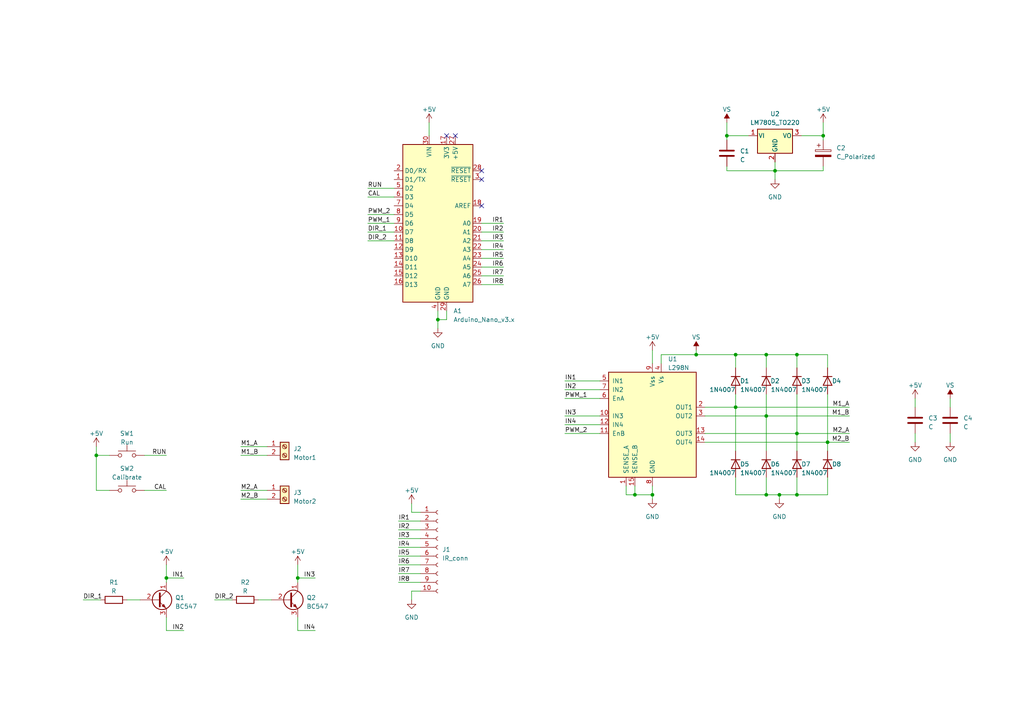
<source format=kicad_sch>
(kicad_sch (version 20230121) (generator eeschema)
  (paper "A4")
  (lib_symbols
    (symbol "Connector:Conn_01x10_Socket" (pin_names (offset 1.016) hide)
      (property "Reference" "J" (at 0 12.7 0))
      (property "Value" "Conn_01x10_Socket" (at 0 -15.24 0))
      (symbol "Conn_01x10_Socket_1_1"
        (arc (start 0 -12.192) (mid -0.5058 -12.7) (end 0 -13.208) (stroke (width 0.1524)))
        (arc (start 0 -9.652) (mid -0.5058 -10.16) (end 0 -10.668) (stroke (width 0.1524)))
        (arc (start 0 -7.112) (mid -0.5058 -7.62) (end 0 -8.128) (stroke (width 0.1524)))
        (arc (start 0 -4.572) (mid -0.5058 -5.08) (end 0 -5.588) (stroke (width 0.1524)))
        (arc (start 0 -2.032) (mid -0.5058 -2.54) (end 0 -3.048) (stroke (width 0.1524)))
        (polyline (pts (xy -1.27 -12.7) (xy -0.508 -12.7)) (stroke (width 0.1524)))
        (polyline (pts (xy -1.27 -10.16) (xy -0.508 -10.16)) (stroke (width 0.1524)))
        (polyline (pts (xy -1.27 -7.62) (xy -0.508 -7.62)) (stroke (width 0.1524)))
        (polyline (pts (xy -1.27 -5.08) (xy -0.508 -5.08)) (stroke (width 0.1524)))
        (polyline (pts (xy -1.27 -2.54) (xy -0.508 -2.54)) (stroke (width 0.1524)))
        (polyline (pts (xy -1.27 0) (xy -0.508 0)) (stroke (width 0.1524)))
        (polyline (pts (xy -1.27 2.54) (xy -0.508 2.54)) (stroke (width 0.1524)))
        (polyline (pts (xy -1.27 5.08) (xy -0.508 5.08)) (stroke (width 0.1524)))
        (polyline (pts (xy -1.27 7.62) (xy -0.508 7.62)) (stroke (width 0.1524)))
        (polyline (pts (xy -1.27 10.16) (xy -0.508 10.16)) (stroke (width 0.1524)))
        (arc (start 0 0.508) (mid -0.5058 0) (end 0 -0.508) (stroke (width 0.1524)))
        (arc (start 0 3.048) (mid -0.5058 2.54) (end 0 2.032) (stroke (width 0.1524)))
        (arc (start 0 5.588) (mid -0.5058 5.08) (end 0 4.572) (stroke (width 0.1524)))
        (arc (start 0 8.128) (mid -0.5058 7.62) (end 0 7.112) (stroke (width 0.1524)))
        (arc (start 0 10.668) (mid -0.5058 10.16) (end 0 9.652) (stroke (width 0.1524)))
        (pin passive line (at -5.08 10.16 0) (length 3.81) (name "Pin_1") (number "1"))
        (pin passive line (at -5.08 -12.7 0) (length 3.81) (name "Pin_10") (number "10"))
        (pin passive line (at -5.08 7.62 0) (length 3.81) (name "Pin_2") (number "2"))
        (pin passive line (at -5.08 5.08 0) (length 3.81) (name "Pin_3") (number "3"))
        (pin passive line (at -5.08 2.54 0) (length 3.81) (name "Pin_4") (number "4"))
        (pin passive line (at -5.08 0 0) (length 3.81) (name "Pin_5") (number "5"))
        (pin passive line (at -5.08 -2.54 0) (length 3.81) (name "Pin_6") (number "6"))
        (pin passive line (at -5.08 -5.08 0) (length 3.81) (name "Pin_7") (number "7"))
        (pin passive line (at -5.08 -7.62 0) (length 3.81) (name "Pin_8") (number "8"))
        (pin passive line (at -5.08 -10.16 0) (length 3.81) (name "Pin_9") (number "9"))
      )
    )
    (symbol "Connector:Screw_Terminal_01x02" (pin_names (offset 1.016) hide)
      (property "Reference" "J" (at 0 2.54 0))
      (property "Value" "Screw_Terminal_01x02" (at 0 -5.08 0))
      (symbol "Screw_Terminal_01x02_1_1"
        (rectangle (start -1.27 1.27) (end 1.27 -3.81) (stroke (width 0.254)) (fill (type background)))
        (circle (center 0 -2.54) (radius 0.635) (stroke (width 0.1524)))
        (polyline (pts (xy -0.5334 -2.2098) (xy 0.3302 -3.048)) (stroke (width 0.1524)))
        (polyline (pts (xy -0.5334 0.3302) (xy 0.3302 -0.508)) (stroke (width 0.1524)))
        (polyline (pts (xy -0.3556 -2.032) (xy 0.508 -2.8702)) (stroke (width 0.1524)))
        (polyline (pts (xy -0.3556 0.508) (xy 0.508 -0.3302)) (stroke (width 0.1524)))
        (circle (center 0 0) (radius 0.635) (stroke (width 0.1524)))
        (pin passive line (at -5.08 0 0) (length 3.81) (name "Pin_1") (number "1"))
        (pin passive line (at -5.08 -2.54 0) (length 3.81) (name "Pin_2") (number "2"))
      )
    )
    (symbol "Device:C" (pin_numbers hide) (pin_names (offset 0.254))
      (property "Reference" "C" (at 0.635 2.54 0))
      (property "Value" "C" (at 0.635 -2.54 0))
      (symbol "C_0_1"
        (polyline (pts (xy -2.032 -0.762) (xy 2.032 -0.762)) (stroke (width 0.508)))
        (polyline (pts (xy -2.032 0.762) (xy 2.032 0.762)) (stroke (width 0.508)))
      )
      (symbol "C_1_1"
        (pin passive line (at 0 3.81 270) (length 2.794) (name "~") (number "1"))
        (pin passive line (at 0 -3.81 90) (length 2.794) (name "~") (number "2"))
      )
    )
    (symbol "Device:C_Polarized" (pin_numbers hide) (pin_names (offset 0.254))
      (property "Reference" "C" (at 0.635 2.54 0))
      (property "Value" "C_Polarized" (at 0.635 -2.54 0))
      (symbol "C_Polarized_0_1"
        (rectangle (start -2.286 0.508) (end 2.286 1.016))
        (polyline (pts (xy -1.778 2.286) (xy -0.762 2.286)))
        (polyline (pts (xy -1.27 2.794) (xy -1.27 1.778)))
        (rectangle (start 2.286 -0.508) (end -2.286 -1.016) (fill (type outline)))
      )
      (symbol "C_Polarized_1_1"
        (pin passive line (at 0 3.81 270) (length 2.794) (name "~") (number "1"))
        (pin passive line (at 0 -3.81 90) (length 2.794) (name "~") (number "2"))
      )
    )
    (symbol "Device:R" (pin_numbers hide) (pin_names (offset 0))
      (property "Reference" "R" (at 2.032 0 90))
      (property "Value" "R" (at 0 0 90))
      (symbol "R_0_1"
        (rectangle (start -1.016 -2.54) (end 1.016 2.54) (stroke (width 0.254)))
      )
      (symbol "R_1_1"
        (pin passive line (at 0 3.81 270) (length 1.27) (name "~") (number "1"))
        (pin passive line (at 0 -3.81 90) (length 1.27) (name "~") (number "2"))
      )
    )
    (symbol "Diode:1N4007" (pin_numbers hide) (pin_names hide)
      (property "Reference" "D" (at 0 2.54 0))
      (property "Value" "1N4007" (at 0 -2.54 0))
      (symbol "1N4007_0_1"
        (polyline (pts (xy -1.27 1.27) (xy -1.27 -1.27)) (stroke (width 0.254)))
        (polyline (pts (xy 1.27 0) (xy -1.27 0)))
        (polyline (pts (xy 1.27 1.27) (xy 1.27 -1.27) (xy -1.27 0) (xy 1.27 1.27)) (stroke (width 0.254)))
      )
      (symbol "1N4007_1_1"
        (pin passive line (at -3.81 0 0) (length 2.54) (name "K") (number "1"))
        (pin passive line (at 3.81 0 180) (length 2.54) (name "A") (number "2"))
      )
    )
    (symbol "Driver_Motor:L298N" (pin_names (offset 1.016))
      (property "Reference" "U" (at -10.16 16.51 0))
      (property "Value" "L298N" (at 12.7 16.51 0))
      (symbol "L298N_0_1"
        (rectangle (start -12.7 15.24) (end 12.7 -15.24) (stroke (width 0.254)) (fill (type background)))
      )
      (symbol "L298N_1_1"
        (pin power_in line (at -7.62 -17.78 90) (length 2.54) (name "SENSE_A") (number "1"))
        (pin input line (at -15.24 2.54 0) (length 2.54) (name "IN3") (number "10"))
        (pin input line (at -15.24 -2.54 0) (length 2.54) (name "EnB") (number "11"))
        (pin input line (at -15.24 0 0) (length 2.54) (name "IN4") (number "12"))
        (pin output line (at 15.24 -2.54 180) (length 2.54) (name "OUT3") (number "13"))
        (pin output line (at 15.24 -5.08 180) (length 2.54) (name "OUT4") (number "14"))
        (pin power_in line (at -5.08 -17.78 90) (length 2.54) (name "SENSE_B") (number "15"))
        (pin output line (at 15.24 5.08 180) (length 2.54) (name "OUT1") (number "2"))
        (pin output line (at 15.24 2.54 180) (length 2.54) (name "OUT2") (number "3"))
        (pin power_in line (at 2.54 17.78 270) (length 2.54) (name "Vs") (number "4"))
        (pin input line (at -15.24 12.7 0) (length 2.54) (name "IN1") (number "5"))
        (pin input line (at -15.24 7.62 0) (length 2.54) (name "EnA") (number "6"))
        (pin input line (at -15.24 10.16 0) (length 2.54) (name "IN2") (number "7"))
        (pin power_in line (at 0 -17.78 90) (length 2.54) (name "GND") (number "8"))
        (pin power_in line (at 0 17.78 270) (length 2.54) (name "Vss") (number "9"))
      )
    )
    (symbol "MCU_Module:Arduino_Nano_v3.x"
      (property "Reference" "A" (at -10.16 23.495 0))
      (property "Value" "Arduino_Nano_v3.x" (at 5.08 -24.13 0))
      (symbol "Arduino_Nano_v3.x_0_1"
        (rectangle (start -10.16 22.86) (end 10.16 -22.86) (stroke (width 0.254)) (fill (type background)))
      )
      (symbol "Arduino_Nano_v3.x_1_1"
        (pin bidirectional line (at -12.7 12.7 0) (length 2.54) (name "D1/TX") (number "1"))
        (pin bidirectional line (at -12.7 -2.54 0) (length 2.54) (name "D7") (number "10"))
        (pin bidirectional line (at -12.7 -5.08 0) (length 2.54) (name "D8") (number "11"))
        (pin bidirectional line (at -12.7 -7.62 0) (length 2.54) (name "D9") (number "12"))
        (pin bidirectional line (at -12.7 -10.16 0) (length 2.54) (name "D10") (number "13"))
        (pin bidirectional line (at -12.7 -12.7 0) (length 2.54) (name "D11") (number "14"))
        (pin bidirectional line (at -12.7 -15.24 0) (length 2.54) (name "D12") (number "15"))
        (pin bidirectional line (at -12.7 -17.78 0) (length 2.54) (name "D13") (number "16"))
        (pin power_out line (at 2.54 25.4 270) (length 2.54) (name "3V3") (number "17"))
        (pin input line (at 12.7 5.08 180) (length 2.54) (name "AREF") (number "18"))
        (pin bidirectional line (at 12.7 0 180) (length 2.54) (name "A0") (number "19"))
        (pin bidirectional line (at -12.7 15.24 0) (length 2.54) (name "D0/RX") (number "2"))
        (pin bidirectional line (at 12.7 -2.54 180) (length 2.54) (name "A1") (number "20"))
        (pin bidirectional line (at 12.7 -5.08 180) (length 2.54) (name "A2") (number "21"))
        (pin bidirectional line (at 12.7 -7.62 180) (length 2.54) (name "A3") (number "22"))
        (pin bidirectional line (at 12.7 -10.16 180) (length 2.54) (name "A4") (number "23"))
        (pin bidirectional line (at 12.7 -12.7 180) (length 2.54) (name "A5") (number "24"))
        (pin bidirectional line (at 12.7 -15.24 180) (length 2.54) (name "A6") (number "25"))
        (pin bidirectional line (at 12.7 -17.78 180) (length 2.54) (name "A7") (number "26"))
        (pin power_out line (at 5.08 25.4 270) (length 2.54) (name "+5V") (number "27"))
        (pin input line (at 12.7 15.24 180) (length 2.54) (name "~{RESET}") (number "28"))
        (pin power_in line (at 2.54 -25.4 90) (length 2.54) (name "GND") (number "29"))
        (pin input line (at 12.7 12.7 180) (length 2.54) (name "~{RESET}") (number "3"))
        (pin power_in line (at -2.54 25.4 270) (length 2.54) (name "VIN") (number "30"))
        (pin power_in line (at 0 -25.4 90) (length 2.54) (name "GND") (number "4"))
        (pin bidirectional line (at -12.7 10.16 0) (length 2.54) (name "D2") (number "5"))
        (pin bidirectional line (at -12.7 7.62 0) (length 2.54) (name "D3") (number "6"))
        (pin bidirectional line (at -12.7 5.08 0) (length 2.54) (name "D4") (number "7"))
        (pin bidirectional line (at -12.7 2.54 0) (length 2.54) (name "D5") (number "8"))
        (pin bidirectional line (at -12.7 0 0) (length 2.54) (name "D6") (number "9"))
      )
    )
    (symbol "Regulator_Linear:LM7805_TO220" (pin_names (offset 0.254))
      (property "Reference" "U" (at -3.81 3.175 0))
      (property "Value" "LM7805_TO220" (at 0 3.175 0))
      (symbol "LM7805_TO220_0_1"
        (rectangle (start -5.08 1.905) (end 5.08 -5.08) (stroke (width 0.254)) (fill (type background)))
      )
      (symbol "LM7805_TO220_1_1"
        (pin power_in line (at -7.62 0 0) (length 2.54) (name "VI") (number "1"))
        (pin power_in line (at 0 -7.62 90) (length 2.54) (name "GND") (number "2"))
        (pin power_out line (at 7.62 0 180) (length 2.54) (name "VO") (number "3"))
      )
    )
    (symbol "Switch:SW_Push" (pin_numbers hide) (pin_names (offset 1.016) hide)
      (property "Reference" "SW" (at 1.27 2.54 0))
      (property "Value" "SW_Push" (at 0 -1.524 0))
      (symbol "SW_Push_0_1"
        (circle (center -2.032 0) (radius 0.508))
        (polyline (pts (xy 0 1.27) (xy 0 3.048)))
        (polyline (pts (xy 2.54 1.27) (xy -2.54 1.27)))
        (circle (center 2.032 0) (radius 0.508))
        (pin passive line (at -5.08 0 0) (length 2.54) (name "1") (number "1"))
        (pin passive line (at 5.08 0 180) (length 2.54) (name "2") (number "2"))
      )
    )
    (symbol "Transistor_BJT:BC547" (pin_names (offset 0) hide)
      (property "Reference" "Q" (at 5.08 1.905 0))
      (property "Value" "BC547" (at 5.08 0 0))
      (symbol "BC547_0_1"
        (polyline (pts (xy 0 0) (xy 0.635 0)))
        (polyline (pts (xy 0.635 0.635) (xy 2.54 2.54)))
        (polyline (pts (xy 0.635 -0.635) (xy 2.54 -2.54) (xy 2.54 -2.54)))
        (polyline (pts (xy 0.635 1.905) (xy 0.635 -1.905) (xy 0.635 -1.905)) (stroke (width 0.508)))
        (polyline (pts (xy 1.27 -1.778) (xy 1.778 -1.27) (xy 2.286 -2.286) (xy 1.27 -1.778) (xy 1.27 -1.778)) (fill (type outline)))
        (circle (center 1.27 0) (radius 2.8194) (stroke (width 0.254)))
      )
      (symbol "BC547_1_1"
        (pin passive line (at 2.54 5.08 270) (length 2.54) (name "C") (number "1"))
        (pin input line (at -5.08 0 0) (length 5.08) (name "B") (number "2"))
        (pin passive line (at 2.54 -5.08 90) (length 2.54) (name "E") (number "3"))
      )
    )
    (symbol "power:+5V" (power) (pin_names (offset 0))
      (property "Value" "+5V" (at 0 3.556 0))
      (symbol "+5V_0_1"
        (polyline (pts (xy -0.762 1.27) (xy 0 2.54)))
        (polyline (pts (xy 0 0) (xy 0 2.54)))
        (polyline (pts (xy 0 2.54) (xy 0.762 1.27)))
      )
      (symbol "+5V_1_1"
        (pin power_in line (at 0 0 90) (length 0) hide (name "+5V") (number "1"))
      )
    )
    (symbol "power:GND" (power) (pin_names (offset 0))
      (property "Value" "GND" (at 0 -3.81 0))
      (symbol "GND_0_1"
        (polyline (pts (xy 0 0) (xy 0 -1.27) (xy 1.27 -1.27) (xy 0 -2.54) (xy -1.27 -1.27) (xy 0 -1.27)))
      )
      (symbol "GND_1_1"
        (pin power_in line (at 0 0 270) (length 0) hide (name "GND") (number "1"))
      )
    )
    (symbol "power:VS" (power) (pin_names (offset 0))
      (property "Value" "VS" (at 0 3.81 0))
      (symbol "VS_0_1"
        (polyline (pts (xy 0 0) (xy 0 2.54)))
        (polyline (pts (xy 0.762 1.27) (xy -0.762 1.27) (xy 0 2.54) (xy 0.762 1.27)) (fill (type outline)))
      )
      (symbol "VS_1_1"
        (pin power_in line (at 0 0 90) (length 0) hide (name "VS") (number "1"))
      )
    )
  )
  (junction (at 224.79 49.53))
  (junction (at 213.36 118.11))
  (junction (at 86.36 167.64))
  (junction (at 189.23 143.51))
  (junction (at 238.76 39.37))
  (junction (at 222.25 120.65))
  (junction (at 231.14 102.87))
  (junction (at 210.82 39.37))
  (junction (at 213.36 102.87))
  (junction (at 231.14 143.51))
  (junction (at 27.94 132.08))
  (junction (at 48.26 167.64))
  (junction (at 240.03 128.27))
  (junction (at 222.25 102.87))
  (junction (at 184.15 143.51))
  (junction (at 231.14 125.73))
  (junction (at 127 92.71))
  (junction (at 222.25 143.51))
  (junction (at 226.06 143.51))
  (junction (at 201.93 102.87))
  (no_connect (at 132.08 39.37))
  (no_connect (at 139.7 59.69))
  (no_connect (at 129.54 39.37))
  (no_connect (at 139.7 52.07))
  (no_connect (at 139.7 49.53))
  (wire (pts (xy 184.15 140.97) (xy 184.15 143.51)))
  (wire (pts (xy 201.93 102.87) (xy 213.36 102.87)))
  (wire (pts (xy 106.68 69.85) (xy 114.3 69.85)))
  (wire (pts (xy 231.14 102.87) (xy 231.14 106.68)))
  (wire (pts (xy 204.47 118.11) (xy 213.36 118.11)))
  (wire (pts (xy 41.91 142.24) (xy 48.26 142.24)))
  (wire (pts (xy 27.94 142.24) (xy 31.75 142.24)))
  (wire (pts (xy 106.68 54.61) (xy 114.3 54.61)))
  (wire (pts (xy 231.14 102.87) (xy 240.03 102.87)))
  (wire (pts (xy 210.82 49.53) (xy 224.79 49.53)))
  (wire (pts (xy 48.26 163.83) (xy 48.26 167.64)))
  (wire (pts (xy 226.06 143.51) (xy 226.06 144.78)))
  (wire (pts (xy 119.38 148.59) (xy 121.92 148.59)))
  (wire (pts (xy 224.79 49.53) (xy 224.79 52.07)))
  (wire (pts (xy 106.68 64.77) (xy 114.3 64.77)))
  (wire (pts (xy 204.47 125.73) (xy 231.14 125.73)))
  (wire (pts (xy 86.36 182.88) (xy 91.44 182.88)))
  (wire (pts (xy 189.23 143.51) (xy 189.23 144.78)))
  (wire (pts (xy 127 92.71) (xy 127 95.25)))
  (wire (pts (xy 231.14 125.73) (xy 231.14 130.81)))
  (wire (pts (xy 265.43 125.73) (xy 265.43 128.27)))
  (wire (pts (xy 139.7 72.39) (xy 146.05 72.39)))
  (wire (pts (xy 121.92 166.37) (xy 115.57 166.37)))
  (wire (pts (xy 222.25 138.43) (xy 222.25 143.51)))
  (wire (pts (xy 213.36 118.11) (xy 213.36 130.81)))
  (wire (pts (xy 265.43 115.57) (xy 265.43 118.11)))
  (wire (pts (xy 213.36 118.11) (xy 246.38 118.11)))
  (wire (pts (xy 124.46 35.56) (xy 124.46 39.37)))
  (wire (pts (xy 139.7 64.77) (xy 146.05 64.77)))
  (wire (pts (xy 48.26 167.64) (xy 53.34 167.64)))
  (wire (pts (xy 222.25 120.65) (xy 222.25 130.81)))
  (wire (pts (xy 189.23 140.97) (xy 189.23 143.51)))
  (wire (pts (xy 213.36 138.43) (xy 213.36 143.51)))
  (wire (pts (xy 232.41 39.37) (xy 238.76 39.37)))
  (wire (pts (xy 129.54 90.17) (xy 129.54 92.71)))
  (wire (pts (xy 213.36 114.3) (xy 213.36 118.11)))
  (wire (pts (xy 275.59 115.57) (xy 275.59 118.11)))
  (wire (pts (xy 222.25 114.3) (xy 222.25 120.65)))
  (wire (pts (xy 24.13 173.99) (xy 29.21 173.99)))
  (wire (pts (xy 238.76 35.56) (xy 238.76 39.37)))
  (wire (pts (xy 139.7 80.01) (xy 146.05 80.01)))
  (wire (pts (xy 210.82 39.37) (xy 210.82 40.64)))
  (wire (pts (xy 86.36 179.07) (xy 86.36 182.88)))
  (wire (pts (xy 189.23 143.51) (xy 184.15 143.51)))
  (wire (pts (xy 231.14 125.73) (xy 246.38 125.73)))
  (wire (pts (xy 86.36 167.64) (xy 91.44 167.64)))
  (wire (pts (xy 69.85 144.78) (xy 77.47 144.78)))
  (wire (pts (xy 201.93 102.87) (xy 201.93 101.6)))
  (wire (pts (xy 139.7 77.47) (xy 146.05 77.47)))
  (wire (pts (xy 222.25 102.87) (xy 231.14 102.87)))
  (wire (pts (xy 139.7 82.55) (xy 146.05 82.55)))
  (wire (pts (xy 69.85 132.08) (xy 77.47 132.08)))
  (wire (pts (xy 224.79 46.99) (xy 224.79 49.53)))
  (wire (pts (xy 127 92.71) (xy 129.54 92.71)))
  (wire (pts (xy 106.68 57.15) (xy 114.3 57.15)))
  (wire (pts (xy 184.15 143.51) (xy 181.61 143.51)))
  (wire (pts (xy 213.36 106.68) (xy 213.36 102.87)))
  (wire (pts (xy 238.76 49.53) (xy 238.76 48.26)))
  (wire (pts (xy 48.26 167.64) (xy 48.26 168.91)))
  (wire (pts (xy 163.83 120.65) (xy 173.99 120.65)))
  (wire (pts (xy 139.7 67.31) (xy 146.05 67.31)))
  (wire (pts (xy 231.14 114.3) (xy 231.14 125.73)))
  (wire (pts (xy 119.38 171.45) (xy 121.92 171.45)))
  (wire (pts (xy 119.38 173.99) (xy 119.38 171.45)))
  (wire (pts (xy 240.03 114.3) (xy 240.03 128.27)))
  (wire (pts (xy 240.03 128.27) (xy 246.38 128.27)))
  (wire (pts (xy 240.03 102.87) (xy 240.03 106.68)))
  (wire (pts (xy 163.83 125.73) (xy 173.99 125.73)))
  (wire (pts (xy 121.92 163.83) (xy 115.57 163.83)))
  (wire (pts (xy 139.7 74.93) (xy 146.05 74.93)))
  (wire (pts (xy 139.7 69.85) (xy 146.05 69.85)))
  (wire (pts (xy 36.83 173.99) (xy 40.64 173.99)))
  (wire (pts (xy 210.82 35.56) (xy 210.82 39.37)))
  (wire (pts (xy 213.36 102.87) (xy 222.25 102.87)))
  (wire (pts (xy 121.92 158.75) (xy 115.57 158.75)))
  (wire (pts (xy 181.61 140.97) (xy 181.61 143.51)))
  (wire (pts (xy 121.92 156.21) (xy 115.57 156.21)))
  (wire (pts (xy 27.94 132.08) (xy 27.94 142.24)))
  (wire (pts (xy 204.47 120.65) (xy 222.25 120.65)))
  (wire (pts (xy 27.94 132.08) (xy 31.75 132.08)))
  (wire (pts (xy 226.06 143.51) (xy 231.14 143.51)))
  (wire (pts (xy 191.77 102.87) (xy 201.93 102.87)))
  (wire (pts (xy 74.93 173.99) (xy 78.74 173.99)))
  (wire (pts (xy 240.03 143.51) (xy 240.03 138.43)))
  (wire (pts (xy 27.94 129.54) (xy 27.94 132.08)))
  (wire (pts (xy 210.82 48.26) (xy 210.82 49.53)))
  (wire (pts (xy 106.68 62.23) (xy 114.3 62.23)))
  (wire (pts (xy 69.85 129.54) (xy 77.47 129.54)))
  (wire (pts (xy 238.76 39.37) (xy 238.76 40.64)))
  (wire (pts (xy 231.14 138.43) (xy 231.14 143.51)))
  (wire (pts (xy 191.77 102.87) (xy 191.77 105.41)))
  (wire (pts (xy 106.68 67.31) (xy 114.3 67.31)))
  (wire (pts (xy 240.03 128.27) (xy 240.03 130.81)))
  (wire (pts (xy 121.92 153.67) (xy 115.57 153.67)))
  (wire (pts (xy 224.79 49.53) (xy 238.76 49.53)))
  (wire (pts (xy 48.26 179.07) (xy 48.26 182.88)))
  (wire (pts (xy 119.38 146.05) (xy 119.38 148.59)))
  (wire (pts (xy 222.25 120.65) (xy 246.38 120.65)))
  (wire (pts (xy 275.59 125.73) (xy 275.59 128.27)))
  (wire (pts (xy 213.36 143.51) (xy 222.25 143.51)))
  (wire (pts (xy 222.25 143.51) (xy 226.06 143.51)))
  (wire (pts (xy 189.23 101.6) (xy 189.23 105.41)))
  (wire (pts (xy 121.92 161.29) (xy 115.57 161.29)))
  (wire (pts (xy 210.82 39.37) (xy 217.17 39.37)))
  (wire (pts (xy 163.83 110.49) (xy 173.99 110.49)))
  (wire (pts (xy 48.26 182.88) (xy 53.34 182.88)))
  (wire (pts (xy 69.85 142.24) (xy 77.47 142.24)))
  (wire (pts (xy 86.36 163.83) (xy 86.36 167.64)))
  (wire (pts (xy 163.83 115.57) (xy 173.99 115.57)))
  (wire (pts (xy 231.14 143.51) (xy 240.03 143.51)))
  (wire (pts (xy 127 90.17) (xy 127 92.71)))
  (wire (pts (xy 222.25 102.87) (xy 222.25 106.68)))
  (wire (pts (xy 204.47 128.27) (xy 240.03 128.27)))
  (wire (pts (xy 62.23 173.99) (xy 67.31 173.99)))
  (wire (pts (xy 163.83 113.03) (xy 173.99 113.03)))
  (wire (pts (xy 163.83 123.19) (xy 173.99 123.19)))
  (wire (pts (xy 41.91 132.08) (xy 48.26 132.08)))
  (wire (pts (xy 121.92 151.13) (xy 115.57 151.13)))
  (wire (pts (xy 121.92 168.91) (xy 115.57 168.91)))
  (wire (pts (xy 86.36 167.64) (xy 86.36 168.91)))
  (text_box "NOTE:\n1)Have to implement 2 pin model for motor driver (-)\n2)Clarify feedback diode circuit of l298n (-)\n3)Addition inputs for arduino to select modes (-)   " (at 298.45 160.02 0) (size 57.15 15.875) (effects (font (size 1.27 1.27)) (justify left top)))
  (label "M2_B" (at 246.38 128.27 180))
  (label "IN3" (at 91.44 167.64 180))
  (label "IR1" (at 115.57 151.13 0))
  (label "IN4" (at 163.83 123.19 0))
  (label "M1_A" (at 246.38 118.11 180))
  (label "PWM_1" (at 163.83 115.57 0))
  (label "IN4" (at 91.44 182.88 180))
  (label "IN1" (at 163.83 110.49 0))
  (label "M2_A" (at 246.38 125.73 180))
  (label "IN2" (at 53.34 182.88 180))
  (label "IR4" (at 146.05 72.39 180))
  (label "M1_A" (at 69.85 129.54 0))
  (label "IR2" (at 115.57 153.67 0))
  (label "IR8" (at 146.05 82.55 180))
  (label "IR7" (at 146.05 80.01 180))
  (label "IR4" (at 115.57 158.75 0))
  (label "CAL" (at 106.68 57.15 0))
  (label "IN2" (at 163.83 113.03 0))
  (label "DIR_1" (at 24.13 173.99 0))
  (label "M1_B" (at 69.85 132.08 0))
  (label "IR5" (at 115.57 161.29 0))
  (label "CAL" (at 48.26 142.24 180))
  (label "IR3" (at 115.57 156.21 0))
  (label "IR5" (at 146.05 74.93 180))
  (label "DIR_1" (at 106.68 67.31 0))
  (label "DIR_2" (at 106.68 69.85 0))
  (label "PWM_1" (at 106.68 64.77 0))
  (label "IR6" (at 115.57 163.83 0))
  (label "IR7" (at 115.57 166.37 0))
  (label "RUN" (at 106.68 54.61 0))
  (label "PWM_2" (at 106.68 62.23 0))
  (label "M2_B" (at 69.85 144.78 0))
  (label "IR6" (at 146.05 77.47 180))
  (label "PWM_2" (at 163.83 125.73 0))
  (label "DIR_2" (at 62.23 173.99 0))
  (label "IR3" (at 146.05 69.85 180))
  (label "IN3" (at 163.83 120.65 0))
  (label "IR2" (at 146.05 67.31 180))
  (label "M2_A" (at 69.85 142.24 0))
  (label "IR8" (at 115.57 168.91 0))
  (label "IR1" (at 146.05 64.77 180))
  (label "M1_B" (at 246.38 120.65 180))
  (label "IN1" (at 53.34 167.64 180))
  (label "RUN" (at 48.26 132.08 180))
  (symbol (lib_id "power:VS") (at 275.59 115.57 0) (unit 1)
    (property "Reference" "#PWR012" (effects hide))
    (property "Value" "VS" (at 275.59 111.76 0))
  )
  (symbol (lib_id "MCU_Module:Arduino_Nano_v3.x") (at 127 64.77 0) (unit 1)
    (property "Reference" "A1" (at 131.4959 90.17 0) (effects (justify left)))
    (property "Value" "Arduino_Nano_v3.x" (at 131.4959 92.71 0) (effects (justify left)))
    (property "Footprint" "Module:Arduino_Nano" (effects hide))
    (property "Datasheet" "http://www.mouser.com/pdfdocs/Gravitech_Arduino_Nano3_0.pdf" (effects hide))
  )
  (symbol (lib_id "Diode:1N4007") (at 222.25 110.49 270) (unit 1)
    (property "Reference" "D2" (at 224.79 110.49 90))
    (property "Value" "1N4007" (at 218.44 113.03 90))
    (property "Footprint" "Diode_THT:D_DO-41_SOD81_P10.16mm_Horizontal" (effects hide))
    (property "Datasheet" "http://www.vishay.com/docs/88503/1n4001.pdf" (effects hide))
    (property "Sim.Device" "D" (effects hide))
    (property "Sim.Pins" "1=K 2=A" (effects hide))
  )
  (symbol (lib_id "power:GND") (at 226.06 144.78 0) (unit 1)
    (property "Reference" "#PWR014" (effects hide))
    (property "Value" "GND" (at 226.06 149.86 0))
  )
  (symbol (lib_id "Device:R") (at 71.12 173.99 90) (unit 1)
    (property "Reference" "R2" (at 71.12 168.91 90))
    (property "Value" "R" (at 71.12 171.45 90))
    (property "Footprint" "Resistor_THT:R_Axial_DIN0207_L6.3mm_D2.5mm_P10.16mm_Horizontal" (effects hide))
  )
  (symbol (lib_id "Diode:1N4007") (at 222.25 134.62 270) (unit 1)
    (property "Reference" "D6" (at 223.52 134.62 90) (effects (justify left)))
    (property "Value" "1N4007" (at 214.63 137.16 90) (effects (justify left)))
    (property "Footprint" "Diode_THT:D_DO-41_SOD81_P10.16mm_Horizontal" (effects hide))
    (property "Datasheet" "http://www.vishay.com/docs/88503/1n4001.pdf" (effects hide))
    (property "Sim.Device" "D" (effects hide))
    (property "Sim.Pins" "1=K 2=A" (effects hide))
  )
  (symbol (lib_id "Regulator_Linear:LM7805_TO220") (at 224.79 39.37 0) (unit 1)
    (property "Reference" "U2" (at 224.79 33.02 0))
    (property "Value" "LM7805_TO220" (at 224.79 35.56 0))
    (property "Footprint" "Package_TO_SOT_THT:TO-220-3_Vertical" (effects hide))
    (property "Datasheet" "https://www.onsemi.cn/PowerSolutions/document/MC7800-D.PDF" (effects hide))
  )
  (symbol (lib_id "power:VS") (at 201.93 101.6 0) (unit 1)
    (property "Reference" "#PWR011" (effects hide))
    (property "Value" "VS" (at 201.93 97.79 0))
  )
  (symbol (lib_id "Diode:1N4007") (at 231.14 110.49 270) (unit 1)
    (property "Reference" "D3" (at 232.41 110.49 90) (effects (justify left)))
    (property "Value" "1N4007" (at 223.52 113.03 90) (effects (justify left)))
    (property "Footprint" "Diode_THT:D_DO-41_SOD81_P10.16mm_Horizontal" (effects hide))
    (property "Datasheet" "http://www.vishay.com/docs/88503/1n4001.pdf" (effects hide))
    (property "Sim.Device" "D" (effects hide))
    (property "Sim.Pins" "1=K 2=A" (effects hide))
  )
  (symbol (lib_id "Diode:1N4007") (at 231.14 134.62 270) (unit 1)
    (property "Reference" "D7" (at 232.41 134.62 90) (effects (justify left)))
    (property "Value" "1N4007" (at 223.52 137.16 90) (effects (justify left)))
    (property "Footprint" "Diode_THT:D_DO-41_SOD81_P10.16mm_Horizontal" (effects hide))
    (property "Datasheet" "http://www.vishay.com/docs/88503/1n4001.pdf" (effects hide))
    (property "Sim.Device" "D" (effects hide))
    (property "Sim.Pins" "1=K 2=A" (effects hide))
  )
  (symbol (lib_id "Device:C") (at 275.59 121.92 0) (unit 1)
    (property "Reference" "C4" (at 279.4 121.285 0) (effects (justify left)))
    (property "Value" "C" (at 279.4 123.825 0) (effects (justify left)))
    (property "Footprint" "Capacitor_THT:C_Disc_D5.0mm_W2.5mm_P2.50mm" (effects hide))
  )
  (symbol (lib_id "Connector:Screw_Terminal_01x02") (at 82.55 129.54 0) (unit 1)
    (property "Reference" "J2" (at 85.09 130.175 0) (effects (justify left)))
    (property "Value" "Motor1" (at 85.09 132.715 0) (effects (justify left)))
    (property "Footprint" "TerminalBlock:TerminalBlock_Altech_AK300-2_P5.00mm" (effects hide))
  )
  (symbol (lib_id "Diode:1N4007") (at 240.03 110.49 270) (unit 1)
    (property "Reference" "D4" (at 241.3 110.49 90) (effects (justify left)))
    (property "Value" "1N4007" (at 232.41 113.03 90) (effects (justify left)))
    (property "Footprint" "Diode_THT:D_DO-41_SOD81_P10.16mm_Horizontal" (effects hide))
    (property "Datasheet" "http://www.vishay.com/docs/88503/1n4001.pdf" (effects hide))
    (property "Sim.Device" "D" (effects hide))
    (property "Sim.Pins" "1=K 2=A" (effects hide))
  )
  (symbol (lib_id "Driver_Motor:L298N") (at 189.23 123.19 0) (unit 1)
    (property "Reference" "U1" (at 193.7259 104.14 0) (effects (justify left)))
    (property "Value" "L298N" (at 193.7259 106.68 0) (effects (justify left)))
    (property "Footprint" "Package_TO_SOT_THT:TO-220-15_P2.54x2.54mm_StaggerOdd_Lead4.58mm_Vertical" (effects hide))
    (property "Datasheet" "http://www.st.com/st-web-ui/static/active/en/resource/technical/document/datasheet/CD00000240.pdf" (effects hide))
  )
  (symbol (lib_id "Diode:1N4007") (at 213.36 110.49 270) (unit 1)
    (property "Reference" "D1" (at 214.63 110.49 90) (effects (justify left)))
    (property "Value" "1N4007" (at 205.74 113.03 90) (effects (justify left)))
    (property "Footprint" "Diode_THT:D_DO-41_SOD81_P10.16mm_Horizontal" (effects hide))
    (property "Datasheet" "http://www.vishay.com/docs/88503/1n4001.pdf" (effects hide))
    (property "Sim.Device" "D" (effects hide))
    (property "Sim.Pins" "1=K 2=A" (effects hide))
  )
  (symbol (lib_id "Switch:SW_Push") (at 36.83 132.08 0) (unit 1)
    (property "Reference" "SW1" (at 36.83 125.73 0))
    (property "Value" "Run" (at 36.83 128.27 0))
    (property "Footprint" "Button_Switch_THT:SW_PUSH_6mm" (effects hide))
  )
  (symbol (lib_id "Switch:SW_Push") (at 36.83 142.24 0) (unit 1)
    (property "Reference" "SW2" (at 36.83 135.89 0))
    (property "Value" "Calibrate" (at 36.83 138.43 0))
    (property "Footprint" "Button_Switch_THT:SW_PUSH_6mm" (effects hide))
  )
  (symbol (lib_id "power:VS") (at 210.82 35.56 0) (unit 1)
    (property "Reference" "#PWR010" (effects hide))
    (property "Value" "VS" (at 210.82 31.75 0))
  )
  (symbol (lib_id "power:GND") (at 189.23 144.78 0) (unit 1)
    (property "Reference" "#PWR08" (effects hide))
    (property "Value" "GND" (at 189.23 149.86 0))
  )
  (symbol (lib_id "power:GND") (at 265.43 128.27 0) (unit 1)
    (property "Reference" "#PWR09" (effects hide))
    (property "Value" "GND" (at 265.43 133.35 0))
  )
  (symbol (lib_id "power:+5V") (at 119.38 146.05 0) (unit 1)
    (property "Reference" "#PWR015" (effects hide))
    (property "Value" "+5V" (at 119.38 142.24 0))
  )
  (symbol (lib_id "power:+5V") (at 265.43 115.57 0) (unit 1)
    (property "Reference" "#PWR02" (effects hide))
    (property "Value" "+5V" (at 265.43 111.76 0))
  )
  (symbol (lib_id "Device:R") (at 33.02 173.99 90) (unit 1)
    (property "Reference" "R1" (at 33.02 168.91 90))
    (property "Value" "R" (at 33.02 171.45 90))
    (property "Footprint" "Resistor_THT:R_Axial_DIN0207_L6.3mm_D2.5mm_P10.16mm_Horizontal" (effects hide))
  )
  (symbol (lib_id "power:+5V") (at 124.46 35.56 0) (unit 1)
    (property "Reference" "#PWR01" (effects hide))
    (property "Value" "+5V" (at 124.46 31.75 0))
  )
  (symbol (lib_id "power:GND") (at 224.79 52.07 0) (unit 1)
    (property "Reference" "#PWR06" (effects hide))
    (property "Value" "GND" (at 224.79 57.15 0))
  )
  (symbol (lib_id "Transistor_BJT:BC547") (at 83.82 173.99 0) (unit 1)
    (property "Reference" "Q2" (at 88.9 173.355 0) (effects (justify left)))
    (property "Value" "BC547" (at 88.9 175.895 0) (effects (justify left)))
    (property "Footprint" "Package_TO_SOT_THT:TO-92_Inline" (effects hide))
    (property "Datasheet" "https://www.onsemi.com/pub/Collateral/BC550-D.pdf" (effects hide))
  )
  (symbol (lib_id "power:+5V") (at 86.36 163.83 0) (unit 1)
    (property "Reference" "#PWR018" (effects hide))
    (property "Value" "+5V" (at 86.36 160.02 0))
  )
  (symbol (lib_id "Diode:1N4007") (at 213.36 134.62 270) (unit 1)
    (property "Reference" "D5" (at 214.63 134.62 90) (effects (justify left)))
    (property "Value" "1N4007" (at 205.74 137.16 90) (effects (justify left)))
    (property "Footprint" "Diode_THT:D_DO-41_SOD81_P10.16mm_Horizontal" (effects hide))
    (property "Datasheet" "http://www.vishay.com/docs/88503/1n4001.pdf" (effects hide))
    (property "Sim.Device" "D" (effects hide))
    (property "Sim.Pins" "1=K 2=A" (effects hide))
  )
  (symbol (lib_id "Device:C") (at 210.82 44.45 0) (unit 1)
    (property "Reference" "C1" (at 214.63 43.815 0) (effects (justify left)))
    (property "Value" "C" (at 214.63 46.355 0) (effects (justify left)))
    (property "Footprint" "Capacitor_THT:C_Disc_D5.0mm_W2.5mm_P2.50mm" (effects hide))
  )
  (symbol (lib_id "Device:C_Polarized") (at 238.76 44.45 0) (unit 1)
    (property "Reference" "C2" (at 242.57 42.926 0) (effects (justify left)))
    (property "Value" "C_Polarized" (at 242.57 45.466 0) (effects (justify left)))
    (property "Footprint" "Capacitor_THT:C_Radial_D5.0mm_H7.0mm_P2.00mm" (effects hide))
  )
  (symbol (lib_id "Connector:Conn_01x10_Socket") (at 127 158.75 0) (unit 1)
    (property "Reference" "J1" (at 128.27 159.385 0) (effects (justify left)))
    (property "Value" "IR_conn" (at 128.27 161.925 0) (effects (justify left)))
    (property "Footprint" "Connector_PinSocket_2.54mm:PinSocket_1x10_P2.54mm_Vertical" (effects hide))
  )
  (symbol (lib_id "Connector:Screw_Terminal_01x02") (at 82.55 142.24 0) (unit 1)
    (property "Reference" "J3" (at 85.09 142.875 0) (effects (justify left)))
    (property "Value" "Motor2" (at 85.09 145.415 0) (effects (justify left)))
    (property "Footprint" "TerminalBlock:TerminalBlock_Altech_AK300-2_P5.00mm" (effects hide))
  )
  (symbol (lib_id "power:GND") (at 127 95.25 0) (unit 1)
    (property "Reference" "#PWR05" (effects hide))
    (property "Value" "GND" (at 127 100.33 0))
  )
  (symbol (lib_id "power:+5V") (at 48.26 163.83 0) (unit 1)
    (property "Reference" "#PWR017" (effects hide))
    (property "Value" "+5V" (at 48.26 160.02 0))
  )
  (symbol (lib_id "power:GND") (at 119.38 173.99 0) (unit 1)
    (property "Reference" "#PWR016" (effects hide))
    (property "Value" "GND" (at 119.38 179.07 0))
  )
  (symbol (lib_id "Diode:1N4007") (at 240.03 134.62 270) (unit 1)
    (property "Reference" "D8" (at 241.3 134.62 90) (effects (justify left)))
    (property "Value" "1N4007" (at 232.41 137.16 90) (effects (justify left)))
    (property "Footprint" "Diode_THT:D_DO-41_SOD81_P10.16mm_Horizontal" (effects hide))
    (property "Datasheet" "http://www.vishay.com/docs/88503/1n4001.pdf" (effects hide))
    (property "Sim.Device" "D" (effects hide))
    (property "Sim.Pins" "1=K 2=A" (effects hide))
  )
  (symbol (lib_id "power:+5V") (at 238.76 35.56 0) (unit 1)
    (property "Reference" "#PWR04" (effects hide))
    (property "Value" "+5V" (at 238.76 31.75 0))
  )
  (symbol (lib_id "power:+5V") (at 189.23 101.6 0) (unit 1)
    (property "Reference" "#PWR03" (effects hide))
    (property "Value" "+5V" (at 189.23 97.79 0))
  )
  (symbol (lib_id "power:GND") (at 275.59 128.27 0) (unit 1)
    (property "Reference" "#PWR013" (effects hide))
    (property "Value" "GND" (at 275.59 133.35 0))
  )
  (symbol (lib_id "power:+5V") (at 27.94 129.54 0) (unit 1)
    (property "Reference" "#PWR020" (effects hide))
    (property "Value" "+5V" (at 27.94 125.73 0))
  )
  (symbol (lib_id "Device:C") (at 265.43 121.92 0) (unit 1)
    (property "Reference" "C3" (at 269.24 121.285 0) (effects (justify left)))
    (property "Value" "C" (at 269.24 123.825 0) (effects (justify left)))
    (property "Footprint" "Capacitor_THT:C_Disc_D5.0mm_W2.5mm_P2.50mm" (effects hide))
  )
  (symbol (lib_id "Transistor_BJT:BC547") (at 45.72 173.99 0) (unit 1)
    (property "Reference" "Q1" (at 50.8 173.355 0) (effects (justify left)))
    (property "Value" "BC547" (at 50.8 175.895 0) (effects (justify left)))
    (property "Footprint" "Package_TO_SOT_THT:TO-92_Inline" (effects hide))
    (property "Datasheet" "https://www.onsemi.com/pub/Collateral/BC550-D.pdf" (effects hide))
  )
)
</source>
